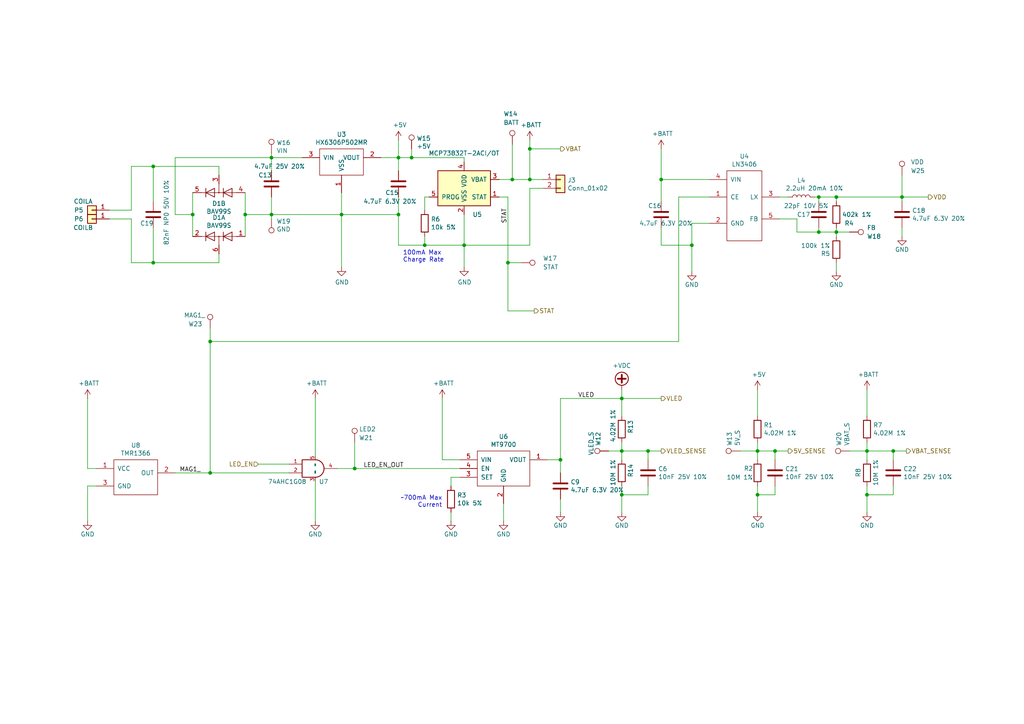
<source format=kicad_sch>
(kicad_sch (version 20211123) (generator eeschema)
  (paper "A4")
  (title_block (title "Pixels D20 Schematic, Power") (date "2020-04-13") (rev "2") (company "Systemic Games, LLC"))
  (lib_symbols
    (symbol "Connector_Generic:Conn_01x01" (pin_names (offset 1.016) hide)
      (property "Reference" "J" (at 0 2.54 0))
      (property "Value" "Conn_01x01" (at 0 -2.54 0))
      (symbol "Conn_01x01_1_1"
        (rectangle (start -1.27 0.127) (end 0 -0.127) (stroke (width 0.1524)))
        (rectangle (start -1.27 1.27) (end 1.27 -1.27) (stroke (width 0.254)) (fill (type background)))
        (pin passive line (at -5.08 0 0) (length 3.81) (name "Pin_1") (number "1"))
      )
    )
    (symbol "Connector_Generic:Conn_01x02" (pin_names (offset 1.016) hide)
      (property "Reference" "J" (at 0 2.54 0))
      (property "Value" "Conn_01x02" (at 0 -5.08 0))
      (symbol "Conn_01x02_1_1"
        (rectangle (start -1.27 -2.413) (end 0 -2.667) (stroke (width 0.1524)))
        (rectangle (start -1.27 0.127) (end 0 -0.127) (stroke (width 0.1524)))
        (rectangle (start -1.27 1.27) (end 1.27 -3.81) (stroke (width 0.254)) (fill (type background)))
        (pin passive line (at -5.08 0 0) (length 3.81) (name "Pin_1") (number "1"))
        (pin passive line (at -5.08 -2.54 0) (length 3.81) (name "Pin_2") (number "2"))
      )
    )
    (symbol "Device:C" (pin_numbers hide) (pin_names (offset 0.254))
      (property "Reference" "C" (at 0.635 2.54 0))
      (property "Value" "C" (at 0.635 -2.54 0))
      (symbol "C_0_1"
        (polyline (pts (xy -2.032 -0.762) (xy 2.032 -0.762)) (stroke (width 0.508)))
        (polyline (pts (xy -2.032 0.762) (xy 2.032 0.762)) (stroke (width 0.508)))
      )
      (symbol "C_1_1"
        (pin passive line (at 0 3.81 270) (length 2.794) (name "~") (number "1"))
        (pin passive line (at 0 -3.81 90) (length 2.794) (name "~") (number "2"))
      )
    )
    (symbol "Device:L" (pin_numbers hide) (pin_names (offset 1.016) hide)
      (property "Reference" "L" (at -1.27 0 90))
      (property "Value" "L" (at 1.905 0 90))
      (symbol "L_0_1"
        (arc (start 0 -2.54) (mid 0.635 -1.905) (end 0 -1.27))
        (arc (start 0 -1.27) (mid 0.635 -0.635) (end 0 0))
        (arc (start 0 0) (mid 0.635 0.635) (end 0 1.27))
        (arc (start 0 1.27) (mid 0.635 1.905) (end 0 2.54))
      )
      (symbol "L_1_1"
        (pin passive line (at 0 3.81 270) (length 1.27) (name "1") (number "1"))
        (pin passive line (at 0 -3.81 90) (length 1.27) (name "2") (number "2"))
      )
    )
    (symbol "Device:R" (pin_numbers hide) (pin_names (offset 0))
      (property "Reference" "R" (at 2.032 0 90))
      (property "Value" "R" (at 0 0 90))
      (symbol "R_0_1"
        (rectangle (start -1.016 -2.54) (end 1.016 2.54) (stroke (width 0.254)))
      )
      (symbol "R_1_1"
        (pin passive line (at 0 3.81 270) (length 1.27) (name "~") (number "1"))
        (pin passive line (at 0 -3.81 90) (length 1.27) (name "~") (number "2"))
      )
    )
    (symbol "Pixels-dice:74AHC1G08" (pin_names (offset 1.016))
      (property "Reference" "U" (at -2.54 3.81 0))
      (property "Value" "74AHC1G08" (at 0 -3.81 0))
      (symbol "74AHC1G08_0_1"
        (arc (start 0 -2.54) (mid 2.54 0) (end 0 2.54) (stroke (width 0.254)))
        (polyline (pts (xy 0 -2.54) (xy -3.81 -2.54) (xy -3.81 2.54) (xy 0 2.54)) (stroke (width 0.254)))
      )
      (symbol "74AHC1G08_1_1"
        (pin input line (at -7.62 1.27 0) (length 3.81) (name "~") (number "1"))
        (pin input line (at -7.62 -1.27 0) (length 3.81) (name "~") (number "2"))
        (pin power_in line (at 0 -3.81 90) (length 1.27) (name "GND") (number "3"))
        (pin output line (at 6.35 0 180) (length 3.81) (name "~") (number "4"))
        (pin power_in line (at 0 3.81 270) (length 1.27) (name "VCC") (number "5"))
      )
    )
    (symbol "Pixels-dice:BAV99S-diode" (pin_names (offset 0.0254) hide)
      (property "Reference" "D" (at 0 2.54 0))
      (property "Value" "BAV99S-diode" (at 0 5.08 0))
      (symbol "BAV99S-diode_0_1"
        (polyline (pts (xy -5.08 0) (xy 5.08 0)))
        (polyline (pts (xy 0 0) (xy 0 -2.54)))
        (polyline (pts (xy -1.27 -1.27) (xy -1.27 1.27) (xy -1.27 1.27)) (stroke (width 0.2032)))
        (polyline (pts (xy 3.81 1.27) (xy 3.81 -1.27) (xy 3.81 -1.27)) (stroke (width 0.2032)))
        (polyline (pts (xy -3.81 1.27) (xy -1.27 0) (xy -3.81 -1.27) (xy -3.81 1.27) (xy -3.81 1.27) (xy -3.81 1.27)) (stroke (width 0.2032)))
        (polyline (pts (xy 1.27 1.27) (xy 3.81 0) (xy 1.27 -1.27) (xy 1.27 1.27) (xy 1.27 1.27) (xy 1.27 1.27)) (stroke (width 0.2032)))
        (circle (center 0 0) (radius 0.127))
      )
      (symbol "BAV99S-diode_1_1"
        (polyline (pts (xy 6.35 0) (xy 7.62 0)))
        (pin passive line (at -7.62 0 0) (length 2.54) (name "A1") (number "1"))
        (pin passive line (at 7.62 0 180) (length 2.54) (name "K2") (number "2"))
        (pin passive line (at 0 -5.08 90) (length 2.54) (name "K3A4") (number "6"))
      )
      (symbol "BAV99S-diode_2_1"
        (polyline (pts (xy 6.35 0) (xy 7.62 0)))
        (pin passive line (at 0 -5.08 90) (length 2.54) (name "K1A2") (number "3"))
        (pin passive line (at -7.62 0 0) (length 2.54) (name "A3") (number "4"))
        (pin passive line (at 7.62 0 180) (length 2.54) (name "K4") (number "5"))
      )
    )
    (symbol "Pixels-dice:HX6306P502MR" (pin_names (offset 1.016))
      (property "Reference" "U" (at 3.81 -6.35 0))
      (property "Value" "HX6306P502MR" (at 0 3.81 0))
      (symbol "HX6306P502MR_0_1"
        (rectangle (start -6.35 2.54) (end 6.35 -5.08))
      )
      (symbol "HX6306P502MR_1_1"
        (pin power_in line (at 0 -10.16 90) (length 5.08) (name "VSS") (number "1"))
        (pin power_out line (at 11.43 0 180) (length 5.08) (name "VOUT") (number "2"))
        (pin power_in line (at -11.43 0 0) (length 5.08) (name "VIN") (number "3"))
      )
    )
    (symbol "Pixels-dice:LN3406" (pin_names (offset 1.016))
      (property "Reference" "U" (at 2.54 -11.43 0))
      (property "Value" "LN3406" (at -1.27 11.43 0))
      (symbol "LN3406_0_1"
        (rectangle (start -5.08 10.16) (end 5.08 -10.16))
      )
      (symbol "LN3406_1_1"
        (pin input line (at -10.16 2.54 0) (length 5.08) (name "CE") (number "1"))
        (pin power_in line (at -10.16 -5.08 0) (length 5.08) (name "GND") (number "2"))
        (pin power_out line (at 10.16 2.54 180) (length 5.08) (name "LX") (number "3"))
        (pin power_in line (at -10.16 7.62 0) (length 5.08) (name "VIN") (number "4"))
        (pin input line (at 10.16 -3.81 180) (length 5.08) (name "FB") (number "5"))
      )
    )
    (symbol "Pixels-dice:MCP73831-2-OT-battery_management" (pin_names (offset 1.016))
      (property "Reference" "U" (at -7.62 6.35 0))
      (property "Value" "MCP73831-2-OT-battery_management" (at 1.27 6.35 0))
      (symbol "MCP73831-2-OT-battery_management_0_1"
        (rectangle (start -7.62 5.08) (end 7.62 -5.08) (stroke (width 0.254)) (fill (type background)))
      )
      (symbol "MCP73831-2-OT-battery_management_1_1"
        (pin output line (at 10.16 -2.54 180) (length 2.54) (name "STAT") (number "1"))
        (pin power_in line (at 0 -7.62 90) (length 2.54) (name "VSS") (number "2"))
        (pin power_out line (at 10.16 2.54 180) (length 2.54) (name "VBAT") (number "3"))
        (pin power_in line (at 0 7.62 270) (length 2.54) (name "VDD") (number "4"))
        (pin input line (at -10.16 -2.54 0) (length 2.54) (name "PROG") (number "5"))
      )
    )
    (symbol "Pixels-dice:MT9700" (pin_names (offset 1.016))
      (property "Reference" "U" (at 6.35 -6.35 0))
      (property "Value" "MT9700" (at 0 6.35 0))
      (symbol "MT9700_0_1"
        (rectangle (start -7.62 5.08) (end 7.62 -5.08))
      )
      (symbol "MT9700_1_1"
        (pin power_out line (at 12.7 2.54 180) (length 5.08) (name "VOUT") (number "1"))
        (pin power_in line (at 0 -10.16 90) (length 5.08) (name "GND") (number "2"))
        (pin input line (at -12.7 -2.54 0) (length 5.08) (name "SET") (number "3"))
        (pin input line (at -12.7 0 0) (length 5.08) (name "EN") (number "4"))
        (pin power_in line (at -12.7 2.54 0) (length 5.08) (name "VIN") (number "5"))
      )
    )
    (symbol "Pixels-dice:TEST_1P-conn" (pin_numbers hide) (pin_names (offset 0.762) hide)
      (property "Reference" "W" (at 0 6.858 0))
      (property "Value" "TEST_1P-conn" (at 0 5.08 0))
      (symbol "TEST_1P-conn_0_1"
        (circle (center 0 3.302) (radius 0.762))
      )
      (symbol "TEST_1P-conn_1_1"
        (pin passive line (at 0 0 90) (length 2.54) (name "1") (number "1"))
      )
    )
    (symbol "Pixels-dice:TMR1366" (pin_names (offset 1.016))
      (property "Reference" "U" (at 3.81 -6.35 0))
      (property "Value" "TMR1366" (at 0 6.35 0))
      (symbol "TMR1366_1_1"
        (rectangle (start -6.35 5.08) (end 6.35 -5.08))
        (pin power_in line (at -11.43 2.54 0) (length 5.08) (name "VCC") (number "1"))
        (pin output line (at 11.43 1.27 180) (length 5.08) (name "OUT") (number "2"))
        (pin power_in line (at -11.43 -2.54 0) (length 5.08) (name "GND") (number "3"))
      )
    )
    (symbol "power:+5V" (power) (pin_names (offset 0))
      (property "Value" "+5V" (at 0 3.556 0))
      (symbol "+5V_0_1"
        (polyline (pts (xy -0.762 1.27) (xy 0 2.54)))
        (polyline (pts (xy 0 0) (xy 0 2.54)))
        (polyline (pts (xy 0 2.54) (xy 0.762 1.27)))
      )
      (symbol "+5V_1_1"
        (pin power_in line (at 0 0 90) (length 0) hide (name "+5V") (number "1"))
      )
    )
    (symbol "power:+BATT" (power) (pin_names (offset 0))
      (property "Value" "+BATT" (at 0 3.556 0))
      (symbol "+BATT_0_1"
        (polyline (pts (xy -0.762 1.27) (xy 0 2.54)))
        (polyline (pts (xy 0 0) (xy 0 2.54)))
        (polyline (pts (xy 0 2.54) (xy 0.762 1.27)))
      )
      (symbol "+BATT_1_1"
        (pin power_in line (at 0 0 90) (length 0) hide (name "+BATT") (number "1"))
      )
    )
    (symbol "power:+VDC" (power) (pin_names (offset 0))
      (property "Value" "+VDC" (at 0 6.35 0))
      (symbol "+VDC_0_1"
        (polyline (pts (xy -1.143 3.175) (xy 1.143 3.175)) (stroke (width 0.508)))
        (polyline (pts (xy 0 0) (xy 0 1.27)))
        (polyline (pts (xy 0 2.032) (xy 0 4.318)) (stroke (width 0.508)))
        (circle (center 0 3.175) (radius 1.905) (stroke (width 0.254)))
      )
      (symbol "+VDC_1_1"
        (pin power_in line (at 0 0 90) (length 0) hide (name "+VDC") (number "1"))
      )
    )
    (symbol "power:GND" (power) (pin_names (offset 0))
      (property "Value" "GND" (at 0 -3.81 0))
      (symbol "GND_0_1"
        (polyline (pts (xy 0 0) (xy 0 -1.27) (xy 1.27 -1.27) (xy 0 -2.54) (xy -1.27 -1.27) (xy 0 -1.27)))
      )
      (symbol "GND_1_1"
        (pin power_in line (at 0 0 270) (length 0) hide (name "GND") (number "1"))
      )
    )
  )
  (junction (at 237.49 57.15))
  (junction (at 60.96 99.06))
  (junction (at 147.32 76.2))
  (junction (at 224.79 130.81))
  (junction (at 153.67 43.18))
  (junction (at 187.96 130.81))
  (junction (at 180.34 143.51))
  (junction (at 259.08 130.81))
  (junction (at 242.57 67.31))
  (junction (at 115.57 45.72))
  (junction (at 44.45 48.26))
  (junction (at 200.66 71.12))
  (junction (at 123.19 71.12))
  (junction (at 219.71 130.81))
  (junction (at 148.59 52.07))
  (junction (at 60.96 137.16))
  (junction (at 191.77 52.07))
  (junction (at 78.74 45.72))
  (junction (at 237.49 67.31))
  (junction (at 134.62 71.12))
  (junction (at 115.57 62.23))
  (junction (at 44.45 76.2))
  (junction (at 102.87 135.89))
  (junction (at 55.88 62.23))
  (junction (at 242.57 57.15))
  (junction (at 153.67 52.07))
  (junction (at 180.34 115.57))
  (junction (at 99.06 62.23))
  (junction (at 78.74 62.23))
  (junction (at 251.46 143.51))
  (junction (at 71.12 62.23))
  (junction (at 251.46 130.81))
  (junction (at 261.62 57.15))
  (junction (at 219.71 143.51))
  (junction (at 162.56 133.35))
  (junction (at 119.38 45.72))
  (junction (at 180.34 130.81))
  (wire (pts (xy 251.46 130.81) (xy 259.08 130.81)))
  (wire (pts (xy 38.1 48.26) (xy 38.1 60.96)))
  (wire (pts (xy 38.1 63.5) (xy 31.75 63.5)))
  (wire (pts (xy 224.79 130.81) (xy 228.6 130.81)))
  (wire (pts (xy 63.5 73.66) (xy 63.5 76.2)))
  (wire (pts (xy 242.57 67.31) (xy 242.57 66.04)))
  (wire (pts (xy 176.53 130.81) (xy 180.34 130.81)))
  (wire (pts (xy 237.49 57.15) (xy 236.22 57.15)))
  (wire (pts (xy 242.57 67.31) (xy 242.57 68.58)))
  (wire (pts (xy 123.19 71.12) (xy 134.62 71.12)))
  (wire (pts (xy 261.62 57.15) (xy 261.62 58.42)))
  (wire (pts (xy 134.62 62.23) (xy 134.62 71.12)))
  (wire (pts (xy 50.8 62.23) (xy 50.8 45.72)))
  (wire (pts (xy 134.62 71.12) (xy 134.62 77.47)))
  (wire (pts (xy 71.12 55.88) (xy 71.12 62.23)))
  (wire (pts (xy 200.66 71.12) (xy 200.66 78.74)))
  (wire (pts (xy 242.57 76.2) (xy 242.57 78.74)))
  (wire (pts (xy 78.74 45.72) (xy 87.63 45.72)))
  (wire (pts (xy 44.45 76.2) (xy 38.1 76.2)))
  (wire (pts (xy 110.49 45.72) (xy 115.57 45.72)))
  (wire (pts (xy 237.49 67.31) (xy 242.57 67.31)))
  (wire (pts (xy 251.46 130.81) (xy 251.46 133.35)))
  (wire (pts (xy 180.34 140.97) (xy 180.34 143.51)))
  (wire (pts (xy 180.34 128.27) (xy 180.34 130.81)))
  (wire (pts (xy 78.74 57.15) (xy 78.74 62.23)))
  (wire (pts (xy 191.77 71.12) (xy 200.66 71.12)))
  (wire (pts (xy 205.74 57.15) (xy 196.85 57.15)))
  (wire (pts (xy 134.62 46.99) (xy 134.62 45.72)))
  (wire (pts (xy 219.71 128.27) (xy 219.71 130.81)))
  (wire (pts (xy 115.57 45.72) (xy 119.38 45.72)))
  (wire (pts (xy 259.08 143.51) (xy 251.46 143.51)))
  (wire (pts (xy 78.74 62.23) (xy 71.12 62.23)))
  (wire (pts (xy 180.34 130.81) (xy 187.96 130.81)))
  (wire (pts (xy 148.59 52.07) (xy 153.67 52.07)))
  (wire (pts (xy 99.06 55.88) (xy 99.06 62.23)))
  (wire (pts (xy 123.19 57.15) (xy 123.19 60.96)))
  (wire (pts (xy 60.96 99.06) (xy 60.96 137.16)))
  (wire (pts (xy 38.1 76.2) (xy 38.1 63.5)))
  (wire (pts (xy 259.08 140.97) (xy 259.08 143.51)))
  (wire (pts (xy 219.71 120.65) (xy 219.71 113.03)))
  (wire (pts (xy 153.67 43.18) (xy 153.67 40.64)))
  (wire (pts (xy 130.81 148.59) (xy 130.81 151.13)))
  (wire (pts (xy 25.4 115.57) (xy 25.4 135.89)))
  (wire (pts (xy 133.35 133.35) (xy 128.27 133.35)))
  (wire (pts (xy 251.46 140.97) (xy 251.46 143.51)))
  (wire (pts (xy 134.62 71.12) (xy 153.67 71.12)))
  (wire (pts (xy 191.77 58.42) (xy 191.77 52.07)))
  (wire (pts (xy 115.57 62.23) (xy 115.57 71.12)))
  (wire (pts (xy 180.34 115.57) (xy 180.34 120.65)))
  (wire (pts (xy 187.96 140.97) (xy 187.96 143.51)))
  (wire (pts (xy 191.77 66.04) (xy 191.77 71.12)))
  (wire (pts (xy 147.32 76.2) (xy 147.32 90.17)))
  (wire (pts (xy 259.08 130.81) (xy 259.08 133.35)))
  (wire (pts (xy 191.77 43.18) (xy 191.77 52.07)))
  (wire (pts (xy 27.94 140.97) (xy 25.4 140.97)))
  (wire (pts (xy 219.71 130.81) (xy 224.79 130.81)))
  (wire (pts (xy 153.67 54.61) (xy 153.67 71.12)))
  (wire (pts (xy 187.96 130.81) (xy 187.96 133.35)))
  (wire (pts (xy 115.57 71.12) (xy 123.19 71.12)))
  (wire (pts (xy 224.79 143.51) (xy 219.71 143.51)))
  (wire (pts (xy 55.88 62.23) (xy 50.8 62.23)))
  (wire (pts (xy 231.14 67.31) (xy 237.49 67.31)))
  (wire (pts (xy 261.62 57.15) (xy 269.24 57.15)))
  (wire (pts (xy 180.34 143.51) (xy 180.34 148.59)))
  (wire (pts (xy 115.57 45.72) (xy 115.57 49.53)))
  (wire (pts (xy 147.32 90.17) (xy 154.94 90.17)))
  (wire (pts (xy 38.1 60.96) (xy 31.75 60.96)))
  (wire (pts (xy 144.78 57.15) (xy 147.32 57.15)))
  (wire (pts (xy 91.44 139.7) (xy 91.44 151.13)))
  (wire (pts (xy 50.8 137.16) (xy 60.96 137.16)))
  (wire (pts (xy 133.35 138.43) (xy 130.81 138.43)))
  (wire (pts (xy 97.79 135.89) (xy 102.87 135.89)))
  (wire (pts (xy 187.96 143.51) (xy 180.34 143.51)))
  (wire (pts (xy 123.19 68.58) (xy 123.19 71.12)))
  (wire (pts (xy 146.05 146.05) (xy 146.05 151.13)))
  (wire (pts (xy 158.75 133.35) (xy 162.56 133.35)))
  (wire (pts (xy 180.34 115.57) (xy 162.56 115.57)))
  (wire (pts (xy 157.48 52.07) (xy 153.67 52.07)))
  (wire (pts (xy 55.88 55.88) (xy 55.88 62.23)))
  (wire (pts (xy 119.38 43.18) (xy 119.38 45.72)))
  (wire (pts (xy 71.12 62.23) (xy 71.12 68.58)))
  (wire (pts (xy 180.34 130.81) (xy 180.34 133.35)))
  (wire (pts (xy 99.06 62.23) (xy 99.06 77.47)))
  (wire (pts (xy 99.06 62.23) (xy 115.57 62.23)))
  (wire (pts (xy 157.48 54.61) (xy 153.67 54.61)))
  (wire (pts (xy 55.88 62.23) (xy 55.88 68.58)))
  (wire (pts (xy 251.46 128.27) (xy 251.46 130.81)))
  (wire (pts (xy 130.81 138.43) (xy 130.81 140.97)))
  (wire (pts (xy 25.4 140.97) (xy 25.4 151.13)))
  (wire (pts (xy 226.06 63.5) (xy 231.14 63.5)))
  (wire (pts (xy 228.6 57.15) (xy 226.06 57.15)))
  (wire (pts (xy 242.57 57.15) (xy 261.62 57.15)))
  (wire (pts (xy 153.67 52.07) (xy 153.67 43.18)))
  (wire (pts (xy 242.57 58.42) (xy 242.57 57.15)))
  (wire (pts (xy 180.34 113.03) (xy 180.34 115.57)))
  (wire (pts (xy 148.59 41.91) (xy 148.59 52.07)))
  (wire (pts (xy 78.74 62.23) (xy 99.06 62.23)))
  (wire (pts (xy 237.49 58.42) (xy 237.49 57.15)))
  (wire (pts (xy 162.56 144.78) (xy 162.56 148.59)))
  (wire (pts (xy 162.56 43.18) (xy 153.67 43.18)))
  (wire (pts (xy 44.45 48.26) (xy 38.1 48.26)))
  (wire (pts (xy 214.63 130.81) (xy 219.71 130.81)))
  (wire (pts (xy 63.5 76.2) (xy 44.45 76.2)))
  (wire (pts (xy 251.46 143.51) (xy 251.46 148.59)))
  (wire (pts (xy 119.38 45.72) (xy 134.62 45.72)))
  (wire (pts (xy 224.79 140.97) (xy 224.79 143.51)))
  (wire (pts (xy 231.14 63.5) (xy 231.14 67.31)))
  (wire (pts (xy 151.13 76.2) (xy 147.32 76.2)))
  (wire (pts (xy 124.46 57.15) (xy 123.19 57.15)))
  (wire (pts (xy 115.57 62.23) (xy 115.57 57.15)))
  (wire (pts (xy 78.74 45.72) (xy 78.74 49.53)))
  (wire (pts (xy 60.96 99.06) (xy 196.85 99.06)))
  (wire (pts (xy 191.77 115.57) (xy 180.34 115.57)))
  (wire (pts (xy 187.96 130.81) (xy 191.77 130.81)))
  (wire (pts (xy 219.71 140.97) (xy 219.71 143.51)))
  (wire (pts (xy 50.8 45.72) (xy 78.74 45.72)))
  (wire (pts (xy 246.38 130.81) (xy 251.46 130.81)))
  (wire (pts (xy 91.44 115.57) (xy 91.44 132.08)))
  (wire (pts (xy 242.57 57.15) (xy 237.49 57.15)))
  (wire (pts (xy 200.66 64.77) (xy 200.66 71.12)))
  (wire (pts (xy 74.93 134.62) (xy 83.82 134.62)))
  (wire (pts (xy 162.56 137.16) (xy 162.56 133.35)))
  (wire (pts (xy 200.66 64.77) (xy 205.74 64.77)))
  (wire (pts (xy 60.96 137.16) (xy 83.82 137.16)))
  (wire (pts (xy 44.45 66.04) (xy 44.45 76.2)))
  (wire (pts (xy 259.08 130.81) (xy 262.89 130.81)))
  (wire (pts (xy 219.71 133.35) (xy 219.71 130.81)))
  (wire (pts (xy 224.79 133.35) (xy 224.79 130.81)))
  (wire (pts (xy 44.45 58.42) (xy 44.45 48.26)))
  (wire (pts (xy 60.96 95.25) (xy 60.96 99.06)))
  (wire (pts (xy 128.27 115.57) (xy 128.27 133.35)))
  (wire (pts (xy 261.62 50.8) (xy 261.62 57.15)))
  (wire (pts (xy 251.46 113.03) (xy 251.46 120.65)))
  (wire (pts (xy 219.71 143.51) (xy 219.71 148.59)))
  (wire (pts (xy 191.77 52.07) (xy 205.74 52.07)))
  (wire (pts (xy 144.78 52.07) (xy 148.59 52.07)))
  (wire (pts (xy 147.32 57.15) (xy 147.32 76.2)))
  (wire (pts (xy 25.4 135.89) (xy 27.94 135.89)))
  (wire (pts (xy 115.57 40.64) (xy 115.57 45.72)))
  (wire (pts (xy 63.5 50.8) (xy 63.5 48.26)))
  (wire (pts (xy 102.87 128.27) (xy 102.87 135.89)))
  (wire (pts (xy 78.74 63.5) (xy 78.74 62.23)))
  (wire (pts (xy 261.62 66.04) (xy 261.62 68.58)))
  (wire (pts (xy 63.5 48.26) (xy 44.45 48.26)))
  (wire (pts (xy 162.56 115.57) (xy 162.56 133.35)))
  (wire (pts (xy 242.57 67.31) (xy 246.38 67.31)))
  (wire (pts (xy 237.49 67.31) (xy 237.49 66.04)))
  (wire (pts (xy 196.85 57.15) (xy 196.85 99.06)))
  (wire (pts (xy 102.87 135.89) (xy 133.35 135.89)))
  (wire (pts (xy 78.74 44.45) (xy 78.74 45.72)))
  (text "~700mA Max\nCurrent" (at 128.27 147.32 180) (effects (font (size 1.27 1.27)) (justify right bottom)))
  (text "100mA Max\nCharge Rate" (at 116.84 76.2 0) (effects (font (size 1.27 1.27)) (justify left bottom)))
  (label "LED_EN_OUT" (at 105.41 135.89 0))
  (label "MAG1_" (at 52.07 137.16 0))
  (label "VLED" (at 167.64 115.57 0))
  (label "STAT" (at 147.32 64.77 90))
  (hierarchical_label "LED_EN" (shape input) (at 74.93 134.62 180))
  (hierarchical_label "VBAT" (shape output) (at 162.56 43.18 0))
  (hierarchical_label "VBAT_SENSE" (shape output) (at 262.89 130.81 0))
  (hierarchical_label "VLED_SENSE" (shape output) (at 191.77 130.81 0))
  (hierarchical_label "STAT" (shape output) (at 154.94 90.17 0))
  (hierarchical_label "5V_SENSE" (shape output) (at 228.6 130.81 0))
  (hierarchical_label "VLED" (shape output) (at 191.77 115.57 0))
  (hierarchical_label "VDD" (shape output) (at 269.24 57.15 0))
  (symbol (lib_id "Pixels-dice:TEST_1P-conn") (at 78.74 44.45 0) (unit 1)
    (property "Reference" "W16" (at 80.2132 41.402 0) (effects (justify left)))
    (property "Value" "VIN" (at 80.2132 43.7134 0) (effects (justify left)))
    (property "Footprint" "Pixels-dice:TEST_PIN" (effects hide))
  )
  (symbol (lib_id "Pixels-dice:TEST_1P-conn") (at 78.74 63.5 180) (unit 1)
    (property "Reference" "W19" (at 80.2132 64.1858 0) (effects (justify right)))
    (property "Value" "GND" (at 80.2132 66.4972 0) (effects (justify right)))
    (property "Footprint" "Pixels-dice:TEST_PIN" (effects hide))
  )
  (symbol (lib_id "Pixels-dice:TEST_1P-conn") (at 119.38 43.18 0) (unit 1)
    (property "Reference" "W15" (at 120.8532 40.132 0) (effects (justify left)))
    (property "Value" "+5V" (at 120.8532 42.4434 0) (effects (justify left)))
    (property "Footprint" "Pixels-dice:TEST_PIN" (effects hide))
  )
  (symbol (lib_id "Pixels-dice:TEST_1P-conn") (at 148.59 41.91 0) (unit 1)
    (property "Reference" "W14" (at 146.05 33.02 0) (effects (justify left)))
    (property "Value" "BATT" (at 146.05 35.56 0) (effects (justify left)))
    (property "Footprint" "Pixels-dice:TEST_PIN" (effects hide))
  )
  (symbol (lib_id "Pixels-dice:TEST_1P-conn") (at 246.38 67.31 270) (unit 1)
    (property "Reference" "W18" (at 251.46 68.58 90) (effects (justify left)))
    (property "Value" "FB" (at 251.46 66.04 90) (effects (justify left)))
    (property "Footprint" "Pixels-dice:TEST_PIN" (effects hide))
  )
  (symbol (lib_id "Pixels-dice:TEST_1P-conn") (at 102.87 128.27 0) (unit 1)
    (property "Reference" "W21" (at 104.14 127 0) (effects (justify left)))
    (property "Value" "LED2" (at 104.14 124.46 0) (effects (justify left)))
    (property "Footprint" "Pixels-dice:TEST_PIN" (effects hide))
  )
  (symbol (lib_id "power:+BATT") (at 128.27 115.57 0) (unit 1)
    (property "Reference" "#PWR033" (effects hide))
    (property "Value" "+BATT" (at 128.651 111.1758 0))
  )
  (symbol (lib_id "Connector_Generic:Conn_01x01") (at 26.67 60.96 180) (unit 1)
    (property "Reference" "P5" (at 22.86 60.96 0))
    (property "Value" "COILA" (at 24.13 58.42 0))
    (property "Footprint" "TestPoint:TestPoint_THTPad_D1.5mm_Drill0.7mm" (effects hide))
  )
  (symbol (lib_id "Connector_Generic:Conn_01x01") (at 26.67 63.5 180) (unit 1)
    (property "Reference" "P6" (at 22.86 63.5 0))
    (property "Value" "COILB" (at 24.13 66.04 0))
    (property "Footprint" "TestPoint:TestPoint_THTPad_D1.5mm_Drill0.7mm" (effects hide))
  )
  (symbol (lib_id "Device:L") (at 232.41 57.15 90) (unit 1)
    (property "Reference" "L4" (at 232.41 52.324 90))
    (property "Value" "2.2uH 20mA 10%" (at 236.22 54.61 90))
    (property "Footprint" "Inductor_SMD:L_0805_2012Metric" (effects hide))
    (property "Generic OK" "YES" (effects hide))
    (property "Pixels Part Number" "SMD-L004" (effects hide))
    (property "Manufacturer" "Bourns" (effects hide))
    (property "Manufacturer Part Number" "CV201210-2R2K" (effects hide))
  )
  (symbol (lib_id "Device:C") (at 261.62 62.23 0) (unit 1)
    (property "Reference" "C18" (at 264.541 61.0616 0) (effects (justify left)))
    (property "Value" "4.7uF 6.3V 20%" (at 264.541 63.373 0) (effects (justify left)))
    (property "Footprint" "Capacitor_SMD:C_0402_1005Metric" (effects hide))
    (property "Generic OK" "YES" (effects hide))
    (property "Pixels Part Number" "SMD-C002" (effects hide))
    (property "Manufacturer" "Murata" (effects hide))
    (property "Manufacturer Part Number" "GRM155R60J475ME87D" (effects hide))
  )
  (symbol (lib_id "power:GND") (at 261.62 68.58 0) (unit 1)
    (property "Reference" "#PWR028" (effects hide))
    (property "Value" "GND" (at 261.62 72.39 0))
  )
  (symbol (lib_id "power:GND") (at 200.66 78.74 0) (unit 1)
    (property "Reference" "#PWR029" (effects hide))
    (property "Value" "GND" (at 200.66 82.55 0))
  )
  (symbol (lib_id "Pixels-dice:LN3406") (at 215.9 59.69 0) (unit 1)
    (property "Reference" "U4" (at 215.9 45.339 0))
    (property "Value" "LN3406" (at 215.9 47.6504 0))
    (property "Footprint" "Pixels-dice:SOT-23-5" (effects hide))
    (property "Generic OK" "NO" (effects hide))
    (property "Manufacturer" "NATLINEAR" (effects hide))
    (property "Manufacturer Part Number" "XT3406AFMR-G" (effects hide))
    (property "Pixels Part Number" "SMD-U004-ALT1" (effects hide))
  )
  (symbol (lib_id "power:GND") (at 146.05 151.13 0) (unit 1)
    (property "Reference" "#PWR038" (effects hide))
    (property "Value" "GND" (at 146.05 154.94 0))
  )
  (symbol (lib_id "Device:C") (at 237.49 62.23 0) (unit 1)
    (property "Reference" "C17" (at 231.14 62.23 0) (effects (justify left)))
    (property "Value" "22pF 10V 5%" (at 227.33 59.69 0) (effects (justify left)))
    (property "Footprint" "Capacitor_SMD:C_0402_1005Metric" (effects hide))
    (property "Generic OK" "YES" (effects hide))
    (property "Pixels Part Number" "SMD-C007" (effects hide))
    (property "Manufacturer" "Yageo" (effects hide))
    (property "Manufacturer Part Number" "CC0402JRNPO9BN220" (effects hide))
  )
  (symbol (lib_id "Device:R") (at 242.57 72.39 180) (unit 1)
    (property "Reference" "R5" (at 240.792 73.5584 0) (effects (justify left)))
    (property "Value" "100k 1%" (at 240.792 71.247 0) (effects (justify left)))
    (property "Footprint" "Resistor_SMD:R_0402_1005Metric" (effects hide))
    (property "Generic OK" "YES" (effects hide))
    (property "Pixels Part Number" "SMD-R006" (effects hide))
    (property "Manufacturer" "Vishay" (effects hide))
    (property "Manufacturer Part Number" "CRCW0402100KFKEDC" (effects hide))
  )
  (symbol (lib_id "Device:R") (at 242.57 62.23 180) (unit 1)
    (property "Reference" "R4" (at 247.65 64.77 0) (effects (justify left)))
    (property "Value" "402k 1%" (at 252.73 62.23 0) (effects (justify left)))
    (property "Footprint" "Resistor_SMD:R_0402_1005Metric" (effects hide))
    (property "Generic OK" "YES" (effects hide))
    (property "Pixels Part Number" "SMD-R001" (effects hide))
    (property "Manufacturer" "Yageo" (effects hide))
    (property "Manufacturer Part Number" "RC0402FR-07402KL" (effects hide))
  )
  (symbol (lib_id "Device:R") (at 251.46 124.46 0) (unit 1)
    (property "Reference" "R7" (at 253.238 123.2916 0) (effects (justify left)))
    (property "Value" "4.02M 1%" (at 253.238 125.603 0) (effects (justify left)))
    (property "Footprint" "Resistor_SMD:R_0402_1005Metric" (effects hide))
    (property "Generic OK" "YES" (effects hide))
    (property "Pixels Part Number" "SMD-R003" (effects hide))
    (property "Manufacturer" "Vishay" (effects hide))
    (property "Manufacturer Part Number" "CRCW04024M02FKED" (effects hide))
  )
  (symbol (lib_id "Device:R") (at 251.46 137.16 0) (unit 1)
    (property "Reference" "R8" (at 248.92 138.43 90) (effects (justify left)))
    (property "Value" "10M 1%" (at 254 140.97 90) (effects (justify left)))
    (property "Footprint" "Resistor_SMD:R_0402_1005Metric" (effects hide))
    (property "Generic OK" "YES" (effects hide))
    (property "Pixels Part Number" "SMD-R004" (effects hide))
    (property "Manufacturer" "Yageo" (effects hide))
    (property "Manufacturer Part Number" "RC0402FR-0710ML" (effects hide))
  )
  (symbol (lib_id "Device:C") (at 259.08 137.16 0) (unit 1)
    (property "Reference" "C22" (at 262.001 135.9916 0) (effects (justify left)))
    (property "Value" "10nF 25V 10%" (at 262.001 138.303 0) (effects (justify left)))
    (property "Footprint" "Capacitor_SMD:C_0402_1005Metric" (effects hide))
    (property "Generic OK" "YES" (effects hide))
    (property "Pixels Part Number" "SMD-C009" (effects hide))
    (property "Manufacturer" "Yageo" (effects hide))
    (property "Manufacturer Part Number" "AC0402KPX7R9BB103" (effects hide))
  )
  (symbol (lib_id "power:GND") (at 251.46 148.59 0) (unit 1)
    (property "Reference" "#PWR041" (effects hide))
    (property "Value" "GND" (at 251.46 152.4 0))
  )
  (symbol (lib_id "power:GND") (at 242.57 78.74 0) (unit 1)
    (property "Reference" "#PWR030" (effects hide))
    (property "Value" "GND" (at 242.57 82.55 0))
  )
  (symbol (lib_id "power:GND") (at 25.4 151.13 0) (unit 1)
    (property "Reference" "#PWR039" (effects hide))
    (property "Value" "GND" (at 25.4 154.94 0))
  )
  (symbol (lib_id "Device:C") (at 191.77 62.23 0) (unit 1)
    (property "Reference" "C16" (at 187.96 59.69 0) (effects (justify left)))
    (property "Value" "4.7uF 6.3V 20%" (at 185.42 64.77 0) (effects (justify left)))
    (property "Footprint" "Capacitor_SMD:C_0402_1005Metric" (effects hide))
    (property "Generic OK" "YES" (effects hide))
    (property "Pixels Part Number" "SMD-C002" (effects hide))
    (property "Manufacturer" "Murata" (effects hide))
    (property "Manufacturer Part Number" "GRM155R60J475ME87D" (effects hide))
  )
  (symbol (lib_id "Pixels-dice:BAV99S-diode") (at 63.5 68.58 0) (mirror y) (unit 1)
    (property "Reference" "D1" (at 63.5 63.0936 0))
    (property "Value" "BAV99S" (at 63.5 65.405 0))
    (property "Footprint" "Package_TO_SOT_SMD:SOT-363_SC-70-6" (effects hide))
    (property "Datasheet" "https://assets.nexperia.com/documents/data-sheet/BAV99_SER.pdf" (effects hide))
    (property "Generic OK" "YES" (effects hide))
    (property "Manufacturer" "Infineon" (effects hide))
    (property "Manufacturer Part Number" "BAV99SH6327XTSA1" (effects hide))
    (property "Pixels Part Number" "SMD-D001" (effects hide))
  )
  (symbol (lib_id "Pixels-dice:BAV99S-diode") (at 63.5 55.88 180) (unit 2)
    (property "Reference" "D1" (at 63.5 59.0296 0))
    (property "Value" "BAV99S" (at 63.5 61.341 0))
    (property "Footprint" "Package_TO_SOT_SMD:SOT-363_SC-70-6" (effects hide))
    (property "Datasheet" "https://assets.nexperia.com/documents/data-sheet/BAV99_SER.pdf" (effects hide))
    (property "Generic OK" "YES" (effects hide))
    (property "Manufacturer" "Infineon" (effects hide))
    (property "Manufacturer Part Number" "BAV99SH6327XTSA1" (effects hide))
    (property "Pixels Part Number" "SMD-D001" (effects hide))
  )
  (symbol (lib_id "Device:C") (at 44.45 62.23 0) (unit 1)
    (property "Reference" "C19" (at 40.64 64.77 0) (effects (justify left)))
    (property "Value" "82nF NP0 50V 10%" (at 48.26 71.12 90) (effects (justify left)))
    (property "Footprint" "Capacitor_SMD:C_0805_2012Metric" (effects hide))
    (property "Generic OK" "YES" (effects hide))
    (property "Pixels Part Number" "SMD-C011" (effects hide))
  )
  (symbol (lib_id "Device:C") (at 78.74 53.34 0) (unit 1)
    (property "Reference" "C13" (at 74.93 50.8 0) (effects (justify left)))
    (property "Value" "4.7uF 25V 20%" (at 73.66 48.26 0) (effects (justify left)))
    (property "Footprint" "Capacitor_SMD:C_0603_1608Metric" (effects hide))
    (property "Generic OK" "YES" (effects hide))
    (property "Pixels Part Number" "SMD-C010" (effects hide))
    (property "Manufacturer" "Murata" (effects hide))
    (property "Manufacturer Part Number" "GRM188R61E475KE11D" (effects hide))
  )
  (symbol (lib_id "power:GND") (at 99.06 77.47 0) (unit 1)
    (property "Reference" "#PWR031" (effects hide))
    (property "Value" "GND" (at 99.187 81.8642 0))
  )
  (symbol (lib_id "Device:C") (at 115.57 53.34 0) (unit 1)
    (property "Reference" "C15" (at 111.76 55.88 0) (effects (justify left)))
    (property "Value" "4.7uF 6.3V 20%" (at 105.41 58.42 0) (effects (justify left)))
    (property "Footprint" "Capacitor_SMD:C_0402_1005Metric" (effects hide))
    (property "Generic OK" "YES" (effects hide))
    (property "Pixels Part Number" "SMD-C002" (effects hide))
    (property "Manufacturer" "Murata" (effects hide))
    (property "Manufacturer Part Number" "GRM155R60J475ME87D" (effects hide))
  )
  (symbol (lib_id "power:+5V") (at 115.57 40.64 0) (unit 1)
    (property "Reference" "#PWR027" (effects hide))
    (property "Value" "+5V" (at 115.951 36.2458 0))
  )
  (symbol (lib_id "Pixels-dice:MCP73831-2-OT-battery_management") (at 134.62 54.61 0) (unit 1)
    (property "Reference" "U5" (at 138.43 62.23 0))
    (property "Value" "MCP73832T-2ACI/OT" (at 134.62 44.45 0))
    (property "Footprint" "Package_TO_SOT_SMD:SOT-23-5" (effects hide))
    (property "Datasheet" "http://ww1.microchip.com/downloads/en/DeviceDoc/20001984g.pdf" (effects hide))
    (property "Generic OK" "NO" (effects hide))
    (property "Manufacturer" "Microchip" (effects hide))
    (property "Manufacturer Part Number" "MCP73832T-2ACI/OT" (effects hide))
    (property "Pixels Part Number" "SMD-U005" (effects hide))
  )
  (symbol (lib_id "Device:R") (at 123.19 64.77 0) (unit 1)
    (property "Reference" "R6" (at 124.968 63.6016 0) (effects (justify left)))
    (property "Value" "10k 5%" (at 124.968 65.913 0) (effects (justify left)))
    (property "Footprint" "Resistor_SMD:R_0402_1005Metric" (effects hide))
    (property "Generic OK" "YES" (effects hide))
    (property "Pixels Part Number" "SMD-R002" (effects hide))
    (property "Manufacturer" "Yageo" (effects hide))
    (property "Manufacturer Part Number" "RC0402JR-0710KL" (effects hide))
  )
  (symbol (lib_id "power:GND") (at 134.62 77.47 0) (unit 1)
    (property "Reference" "#PWR032" (effects hide))
    (property "Value" "GND" (at 134.747 81.8642 0))
  )
  (symbol (lib_id "power:+BATT") (at 153.67 40.64 0) (unit 1)
    (property "Reference" "#PWR026" (effects hide))
    (property "Value" "+BATT" (at 154.051 36.2458 0))
  )
  (symbol (lib_id "power:+BATT") (at 191.77 43.18 0) (unit 1)
    (property "Reference" "#PWR025" (effects hide))
    (property "Value" "+BATT" (at 192.151 38.7858 0))
  )
  (symbol (lib_id "power:+BATT") (at 25.4 115.57 0) (unit 1)
    (property "Reference" "#PWR036" (effects hide))
    (property "Value" "+BATT" (at 25.781 111.1758 0))
  )
  (symbol (lib_id "power:+BATT") (at 251.46 113.03 0) (unit 1)
    (property "Reference" "#PWR035" (effects hide))
    (property "Value" "+BATT" (at 251.841 108.6358 0))
  )
  (symbol (lib_id "Pixels-dice:TEST_1P-conn") (at 60.96 95.25 0) (unit 1)
    (property "Reference" "W23" (at 54.61 93.98 0) (effects (justify left)))
    (property "Value" "MAG1_" (at 53.34 91.44 0) (effects (justify left)))
    (property "Footprint" "Pixels-dice:TEST_PIN" (effects hide))
  )
  (symbol (lib_id "Pixels-dice:74AHC1G08") (at 91.44 135.89 0) (unit 1)
    (property "Reference" "U7" (at 95.25 139.7 0) (effects (justify right)))
    (property "Value" "74AHC1G08" (at 88.9 139.7 0) (effects (justify right)))
    (property "Footprint" "Pixels-dice:SOT-353_SC-70-5" (effects hide))
    (property "Datasheet" "http://www.ti.com/lit/sg/scyt129e/scyt129e.pdf" (effects hide))
    (property "Generic OK" "YES" (effects hide))
    (property "Manufacturer" "Texas Instruments" (effects hide))
    (property "Manufacturer Part Number" "SN74AHC1G08DCKR" (effects hide))
    (property "Pixels Part Number" "SMD-U007" (effects hide))
  )
  (symbol (lib_id "power:+BATT") (at 91.44 115.57 0) (unit 1)
    (property "Reference" "#PWR020" (effects hide))
    (property "Value" "+BATT" (at 91.821 111.1758 0))
  )
  (symbol (lib_id "power:GND") (at 91.44 151.13 0) (unit 1)
    (property "Reference" "#PWR034" (effects hide))
    (property "Value" "GND" (at 91.44 154.94 0))
  )
  (symbol (lib_id "Device:R") (at 219.71 137.16 180) (unit 1)
    (property "Reference" "R2" (at 218.44 135.89 0) (effects (justify left)))
    (property "Value" "10M 1%" (at 218.44 138.43 0) (effects (justify left)))
    (property "Footprint" "Resistor_SMD:R_0402_1005Metric" (effects hide))
    (property "Generic OK" "YES" (effects hide))
    (property "Pixels Part Number" "SMD-R004" (effects hide))
    (property "Manufacturer" "Yageo" (effects hide))
    (property "Manufacturer Part Number" "RC0402FR-0710ML" (effects hide))
  )
  (symbol (lib_id "Device:R") (at 219.71 124.46 0) (unit 1)
    (property "Reference" "R1" (at 221.488 123.2916 0) (effects (justify left)))
    (property "Value" "4.02M 1%" (at 221.488 125.603 0) (effects (justify left)))
    (property "Footprint" "Resistor_SMD:R_0402_1005Metric" (effects hide))
    (property "Generic OK" "YES" (effects hide))
    (property "Pixels Part Number" "SMD-R003" (effects hide))
    (property "Manufacturer" "Vishay" (effects hide))
    (property "Manufacturer Part Number" "CRCW04024M02FKED" (effects hide))
  )
  (symbol (lib_id "power:GND") (at 219.71 148.59 0) (unit 1)
    (property "Reference" "#PWR010" (effects hide))
    (property "Value" "GND" (at 219.71 152.4 0))
  )
  (symbol (lib_id "Pixels-dice:TEST_1P-conn") (at 214.63 130.81 90) (unit 1)
    (property "Reference" "W13" (at 211.582 129.3368 0) (effects (justify left)))
    (property "Value" "5V_S" (at 213.8934 129.3368 0) (effects (justify left)))
    (property "Footprint" "Pixels-dice:TEST_PIN" (effects hide))
  )
  (symbol (lib_id "Pixels-dice:TEST_1P-conn") (at 261.62 50.8 0) (unit 1)
    (property "Reference" "W25" (at 264.16 49.53 0) (effects (justify left)))
    (property "Value" "VDD" (at 264.16 46.99 0) (effects (justify left)))
    (property "Footprint" "Pixels-dice:TEST_PIN" (effects hide))
  )
  (symbol (lib_id "Pixels-dice:TEST_1P-conn") (at 151.13 76.2 270) (unit 1)
    (property "Reference" "W17" (at 157.48 74.93 90) (effects (justify left)))
    (property "Value" "STAT" (at 157.48 77.47 90) (effects (justify left)))
    (property "Footprint" "Pixels-dice:TEST_PIN" (effects hide))
  )
  (symbol (lib_id "power:+5V") (at 219.71 113.03 0) (unit 1)
    (property "Reference" "#PWR086" (effects hide))
    (property "Value" "+5V" (at 220.091 108.6358 0))
  )
  (symbol (lib_id "Device:R") (at 180.34 124.46 0) (unit 1)
    (property "Reference" "R13" (at 182.88 125.73 90) (effects (justify left)))
    (property "Value" "4.02M 1%" (at 177.8 128.27 90) (effects (justify left)))
    (property "Footprint" "Resistor_SMD:R_0402_1005Metric" (effects hide))
    (property "Generic OK" "YES" (effects hide))
    (property "Pixels Part Number" "SMD-R003" (effects hide))
    (property "Manufacturer" "Vishay" (effects hide))
    (property "Manufacturer Part Number" "CRCW04024M02FKED" (effects hide))
  )
  (symbol (lib_id "Device:R") (at 180.34 137.16 0) (unit 1)
    (property "Reference" "R14" (at 182.88 138.43 90) (effects (justify left)))
    (property "Value" "10M 1%" (at 177.8 140.97 90) (effects (justify left)))
    (property "Footprint" "Resistor_SMD:R_0402_1005Metric" (effects hide))
    (property "Generic OK" "YES" (effects hide))
    (property "Pixels Part Number" "SMD-R004" (effects hide))
    (property "Manufacturer" "Yageo" (effects hide))
    (property "Manufacturer Part Number" "RC0402FR-0710ML" (effects hide))
  )
  (symbol (lib_id "Device:C") (at 187.96 137.16 0) (unit 1)
    (property "Reference" "C6" (at 190.881 135.9916 0) (effects (justify left)))
    (property "Value" "10nF 25V 10%" (at 190.881 138.303 0) (effects (justify left)))
    (property "Footprint" "Capacitor_SMD:C_0402_1005Metric" (effects hide))
    (property "Generic OK" "YES" (effects hide))
    (property "Pixels Part Number" "SMD-C009" (effects hide))
    (property "Manufacturer" "Yageo" (effects hide))
    (property "Manufacturer Part Number" "AC0402KPX7R9BB103" (effects hide))
  )
  (symbol (lib_id "power:GND") (at 180.34 148.59 0) (unit 1)
    (property "Reference" "#PWR079" (effects hide))
    (property "Value" "GND" (at 180.34 152.4 0))
  )
  (symbol (lib_id "power:+VDC") (at 180.34 113.03 0) (unit 1)
    (property "Reference" "#PWR040" (effects hide))
    (property "Value" "+VDC" (at 180.34 106.045 0))
  )
  (symbol (lib_id "Device:C") (at 224.79 137.16 0) (unit 1)
    (property "Reference" "C21" (at 227.711 135.9916 0) (effects (justify left)))
    (property "Value" "10nF 25V 10%" (at 227.711 138.303 0) (effects (justify left)))
    (property "Footprint" "Capacitor_SMD:C_0402_1005Metric" (effects hide))
    (property "Generic OK" "YES" (effects hide))
    (property "Pixels Part Number" "SMD-C009" (effects hide))
    (property "Manufacturer" "Yageo" (effects hide))
    (property "Manufacturer Part Number" "AC0402KPX7R9BB103" (effects hide))
  )
  (symbol (lib_id "Pixels-dice:TEST_1P-conn") (at 246.38 130.81 90) (unit 1)
    (property "Reference" "W20" (at 243.332 129.3368 0) (effects (justify left)))
    (property "Value" "VBAT_S" (at 245.6434 129.3368 0) (effects (justify left)))
    (property "Footprint" "Pixels-dice:TEST_PIN" (effects hide))
  )
  (symbol (lib_id "Pixels-dice:TEST_1P-conn") (at 176.53 130.81 90) (unit 1)
    (property "Reference" "W12" (at 173.482 129.3368 0) (effects (justify left)))
    (property "Value" "VLED_S" (at 171.45 132.08 0) (effects (justify left)))
    (property "Footprint" "Pixels-dice:TEST_PIN" (effects hide))
  )
  (symbol (lib_id "Pixels-dice:HX6306P502MR") (at 99.06 45.72 0) (unit 1)
    (property "Reference" "U3" (at 99.06 38.989 0))
    (property "Value" "HX6306P502MR" (at 99.06 41.3004 0))
    (property "Footprint" "Pixels-dice:SOT-23" (effects hide))
    (property "Manufacturer" "HX(hengjiaxing)" (effects hide))
    (property "Manufacturer Part Number" "HX6306P502MR" (effects hide))
    (property "Pixels Part Number" "SMD-U003-ALT2" (effects hide))
    (property "Generic OK" "NO" (effects hide))
  )
  (symbol (lib_id "Connector_Generic:Conn_01x02") (at 162.56 52.07 0) (unit 1)
    (property "Reference" "J3" (at 164.592 52.2732 0) (effects (justify left)))
    (property "Value" "Conn_01x02" (at 164.592 54.5846 0) (effects (justify left)))
    (property "Footprint" "Pixels-dice:Hongjie 10100 Connector" (effects hide))
  )
  (symbol (lib_id "Pixels-dice:TMR1366") (at 39.37 138.43 0) (unit 1)
    (property "Reference" "U8" (at 39.37 129.159 0))
    (property "Value" "TMR1366" (at 39.37 131.4704 0))
    (property "Footprint" "Package_TO_SOT_SMD:SOT-23" (effects hide))
    (property "Generic OK" "NO" (effects hide))
    (property "Manufacturer" "Multi Dimension" (effects hide))
    (property "Manufacturer Part Number" "TMR1366S" (effects hide))
    (property "Pixels Part Number" "SMD-U008-ALT8" (effects hide))
  )
  (symbol (lib_id "Device:C") (at 162.56 140.97 0) (unit 1)
    (property "Reference" "C9" (at 165.481 139.8016 0) (effects (justify left)))
    (property "Value" "4.7uF 6.3V 20%" (at 165.481 142.113 0) (effects (justify left)))
    (property "Footprint" "Capacitor_SMD:C_0402_1005Metric" (effects hide))
    (property "Generic OK" "YES" (effects hide))
    (property "Pixels Part Number" "SMD-C002" (effects hide))
    (property "Manufacturer" "Murata" (effects hide))
    (property "Manufacturer Part Number" "GRM155R60J475ME87D" (effects hide))
  )
  (symbol (lib_id "power:GND") (at 162.56 148.59 0) (unit 1)
    (property "Reference" "#PWR0142" (effects hide))
    (property "Value" "GND" (at 162.56 152.4 0))
  )
  (symbol (lib_id "Pixels-dice:MT9700") (at 146.05 135.89 0) (unit 1)
    (property "Reference" "U6" (at 146.05 126.619 0))
    (property "Value" "MT9700" (at 146.05 128.9304 0))
    (property "Footprint" "Pixels-dice:SOT-23-5" (effects hide))
    (property "Manufacturer" "XI'AN Aerosemi Tech" (effects hide))
    (property "Manufacturer Part Number" "MT9700" (effects hide))
    (property "Pixels Part Number" "SMD-U006-ALT2" (effects hide))
    (property "Generic OK" "NO" (effects hide))
  )
  (symbol (lib_id "Device:R") (at 130.81 144.78 0) (unit 1)
    (property "Reference" "R3" (at 132.588 143.6116 0) (effects (justify left)))
    (property "Value" "10k 5%" (at 132.588 145.923 0) (effects (justify left)))
    (property "Footprint" "Resistor_SMD:R_0402_1005Metric" (effects hide))
    (property "Generic OK" "YES" (effects hide))
    (property "Manufacturer" "Yageo" (effects hide))
    (property "Manufacturer Part Number" "RC0402JR-0710KL" (effects hide))
    (property "Pixels Part Number" "SMD-R002" (effects hide))
  )
  (symbol (lib_id "power:GND") (at 130.81 151.13 0) (unit 1)
    (property "Reference" "#PWR0101" (effects hide))
    (property "Value" "GND" (at 130.81 154.94 0))
  )
)
</source>
